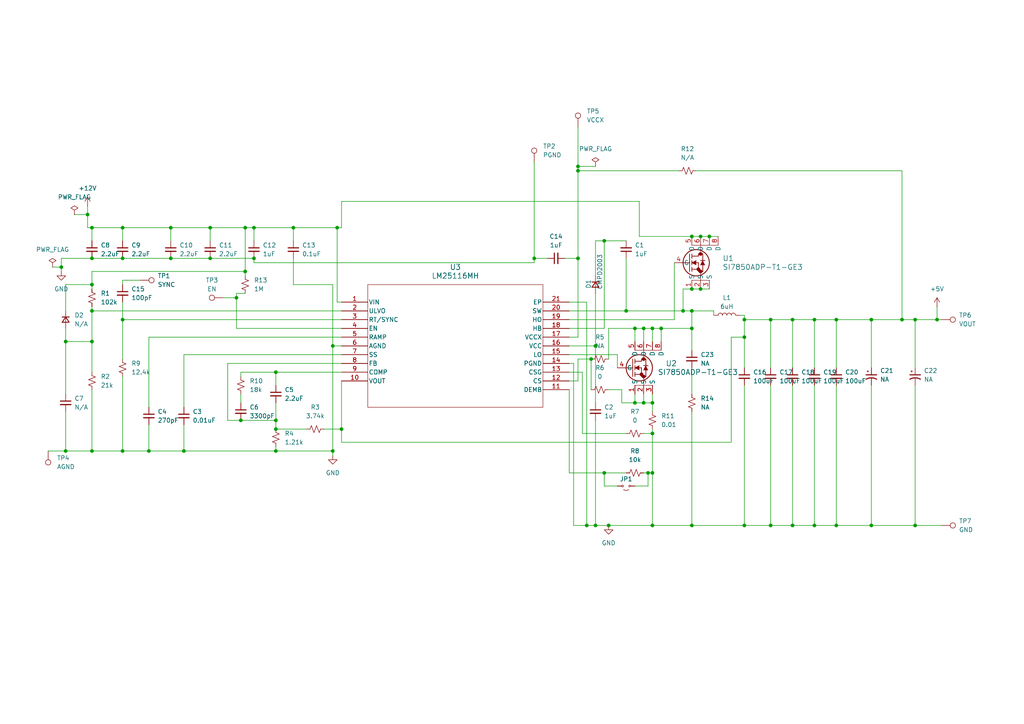
<source format=kicad_sch>
(kicad_sch (version 20231120) (generator "eeschema") (generator_version "8.0")
  (paper "A4")
  (lib_symbols
    (symbol "+12V_1" (power) (pin_numbers hide) (pin_names (offset 0) hide)
      (property "Value" "+12V" (at 0 3.556 0))
      (symbol "+12V_1_0_1"
        (polyline (pts (xy -0.762 1.27) (xy 0 2.54)))
        (polyline (pts (xy 0 0) (xy 0 2.54)))
        (polyline (pts (xy 0 2.54) (xy 0.762 1.27)))
      )
      (symbol "+12V_1_1_1"
        (pin power_in line (at 0 0 90) (length 0) (name "~") (number "1"))
      )
    )
    (symbol "2024-09-20_15-02-16:LM25116MHX_NOPB" (pin_names (offset 0.254))
      (property "Reference" "U" (at 33.02 10.16 0))
      (property "Value" "LM25116MHX/NOPB" (at 33.02 7.62 0))
      (symbol "LM25116MHX_NOPB_0_1"
        (polyline (pts (xy 7.62 -30.48) (xy 58.42 -30.48)) (stroke (width 0.127)))
        (polyline (pts (xy 7.62 5.08) (xy 7.62 -30.48)) (stroke (width 0.127)))
        (polyline (pts (xy 58.42 -30.48) (xy 58.42 5.08)) (stroke (width 0.127)))
        (polyline (pts (xy 58.42 5.08) (xy 7.62 5.08)) (stroke (width 0.127)))
        (pin power_in line (at 0 0 0) (length 7.62) (name "VIN") (number "1"))
        (pin input line (at 0 -22.86 0) (length 7.62) (name "VOUT") (number "10"))
        (pin passive line (at 66.04 -25.4 180) (length 7.62) (name "DEMB") (number "11"))
        (pin input line (at 66.04 -22.86 180) (length 7.62) (name "CS") (number "12"))
        (pin passive line (at 66.04 -20.32 180) (length 7.62) (name "CSG") (number "13"))
        (pin power_in line (at 66.04 -17.78 180) (length 7.62) (name "PGND") (number "14"))
        (pin output line (at 66.04 -15.24 180) (length 7.62) (name "LO") (number "15"))
        (pin power_in line (at 66.04 -12.7 180) (length 7.62) (name "VCC") (number "16"))
        (pin power_in line (at 66.04 -10.16 180) (length 7.62) (name "VCCX") (number "17"))
        (pin passive line (at 66.04 -7.62 180) (length 7.62) (name "HB") (number "18"))
        (pin output line (at 66.04 -5.08 180) (length 7.62) (name "HO") (number "19"))
        (pin input line (at 0 -2.54 0) (length 7.62) (name "ULVO") (number "2"))
        (pin power_in line (at 66.04 -2.54 180) (length 7.62) (name "SW") (number "20"))
        (pin power_in line (at 66.04 0 180) (length 7.62) (name "EP") (number "21"))
        (pin input line (at 0 -5.08 0) (length 7.62) (name "RT/SYNC") (number "3"))
        (pin input line (at 0 -7.62 0) (length 7.62) (name "EN") (number "4"))
        (pin input line (at 0 -10.16 0) (length 7.62) (name "RAMP") (number "5"))
        (pin power_in line (at 0 -12.7 0) (length 7.62) (name "AGND") (number "6"))
        (pin input line (at 0 -15.24 0) (length 7.62) (name "SS") (number "7"))
        (pin input line (at 0 -17.78 0) (length 7.62) (name "FB") (number "8"))
        (pin output line (at 0 -20.32 0) (length 7.62) (name "COMP") (number "9"))
      )
    )
    (symbol "2024-09-20_15-22-01:SI7850ADP-T1-GE3" (pin_names (offset 0.254))
      (property "Reference" "U" (at 11.43 1.905 0))
      (property "Value" "SI7850ADP-T1-GE3" (at 11.43 -2.54 0))
      (symbol "SI7850ADP-T1-GE3_0_1"
        (polyline (pts (xy 2.54 0) (xy 4.445 0)) (stroke (width 0.2032)))
        (polyline (pts (xy 4.445 -2.54) (xy 4.445 2.54)) (stroke (width 0.2032)))
        (polyline (pts (xy 5.08 -5.08) (xy 10.16 -5.08)) (stroke (width 0.127)))
        (polyline (pts (xy 5.08 -2.54) (xy 5.08 -1.27)) (stroke (width 0.2032)))
        (polyline (pts (xy 5.08 -1.905) (xy 6.985 -1.905)) (stroke (width 0.2032)))
        (polyline (pts (xy 5.08 -0.635) (xy 5.08 0.635)) (stroke (width 0.2032)))
        (polyline (pts (xy 5.08 1.27) (xy 5.08 2.54)) (stroke (width 0.2032)))
        (polyline (pts (xy 5.08 1.905) (xy 6.985 1.905)) (stroke (width 0.2032)))
        (polyline (pts (xy 5.08 5.08) (xy 12.7 5.08)) (stroke (width 0.127)))
        (polyline (pts (xy 6.35 0) (xy 6.985 0)) (stroke (width 0.2032)))
        (polyline (pts (xy 6.985 -2.54) (xy 6.985 0)) (stroke (width 0.2032)))
        (polyline (pts (xy 6.985 -2.54) (xy 8.255 -2.54)) (stroke (width 0.2032)))
        (polyline (pts (xy 6.985 1.905) (xy 6.985 2.54)) (stroke (width 0.2032)))
        (polyline (pts (xy 6.985 2.54) (xy 8.255 2.54)) (stroke (width 0.2032)))
        (polyline (pts (xy 7.62 -5.08) (xy 7.62 -2.54)) (stroke (width 0.127)))
        (polyline (pts (xy 7.62 5.08) (xy 7.6454 2.54)) (stroke (width 0.127)))
        (polyline (pts (xy 8.255 -2.54) (xy 8.255 -0.635)) (stroke (width 0.2032)))
        (polyline (pts (xy 8.255 0.635) (xy 8.255 2.54)) (stroke (width 0.2032)))
        (polyline (pts (xy 8.89 0.635) (xy 7.62 0.635)) (stroke (width 0.2032)))
        (polyline (pts (xy 6.35 0.635) (xy 5.08 0) (xy 6.35 -0.635)) (fill (type outline)))
        (polyline (pts (xy 8.89 -0.635) (xy 7.62 -0.635) (xy 8.255 0.635)) (fill (type outline)))
        (circle (center 6.35 0) (radius 3.81) (stroke (width 0.254)))
        (circle (center 6.985 -1.905) (radius 0.0254) (stroke (width 0.508)))
        (circle (center 7.62 -2.54) (radius 0.0254) (stroke (width 0.508)))
        (circle (center 7.62 2.54) (radius 0.0254) (stroke (width 0.508)))
        (pin unspecified line (at 5.08 -7.62 90) (length 2.54) (name "S") (number "1"))
        (pin unspecified line (at 7.62 -7.62 90) (length 2.54) (name "S") (number "2"))
        (pin unspecified line (at 10.16 -7.62 90) (length 2.54) (name "S") (number "3"))
        (pin unspecified line (at 0 0 0) (length 2.54) (name "G") (number "4"))
        (pin unspecified line (at 5.08 7.62 270) (length 2.54) (name "D") (number "5"))
        (pin unspecified line (at 7.62 7.62 270) (length 2.54) (name "D") (number "6"))
        (pin unspecified line (at 10.16 7.62 270) (length 2.54) (name "D") (number "7"))
        (pin unspecified line (at 12.7 7.62 270) (length 2.54) (name "D") (number "8"))
      )
    )
    (symbol "Connector:TestPoint" (pin_numbers hide) (pin_names (offset 0.762) hide)
      (property "Reference" "TP" (at 0 6.858 0))
      (property "Value" "TestPoint" (at 0 5.08 0))
      (symbol "TestPoint_0_1"
        (circle (center 0 3.302) (radius 0.762))
      )
      (symbol "TestPoint_1_1"
        (pin passive line (at 0 0 90) (length 2.54) (name "1") (number "1"))
      )
    )
    (symbol "Device:C_Polarized_Small_US" (pin_numbers hide) (pin_names (offset 0.254) hide)
      (property "Reference" "C" (at 0.254 1.778 0))
      (property "Value" "C_Polarized_Small_US" (at 0.254 -2.032 0))
      (symbol "C_Polarized_Small_US_0_1"
        (polyline (pts (xy -1.524 0.508) (xy 1.524 0.508)) (stroke (width 0.3048)))
        (polyline (pts (xy -1.27 1.524) (xy -0.762 1.524)))
        (polyline (pts (xy -1.016 1.27) (xy -1.016 1.778)))
        (arc (start 1.524 -0.762) (mid 0 -0.3734) (end -1.524 -0.762) (stroke (width 0.3048)))
      )
      (symbol "C_Polarized_Small_US_1_1"
        (pin passive line (at 0 2.54 270) (length 2.032) (name "~") (number "1"))
        (pin passive line (at 0 -2.54 90) (length 2.032) (name "~") (number "2"))
      )
    )
    (symbol "Device:C_Small" (pin_numbers hide) (pin_names (offset 0.254) hide)
      (property "Reference" "C" (at 0.254 1.778 0))
      (property "Value" "C_Small" (at 0.254 -2.032 0))
      (symbol "C_Small_0_1"
        (polyline (pts (xy -1.524 -0.508) (xy 1.524 -0.508)) (stroke (width 0.3302)))
        (polyline (pts (xy -1.524 0.508) (xy 1.524 0.508)) (stroke (width 0.3048)))
      )
      (symbol "C_Small_1_1"
        (pin passive line (at 0 2.54 270) (length 2.032) (name "~") (number "1"))
        (pin passive line (at 0 -2.54 90) (length 2.032) (name "~") (number "2"))
      )
    )
    (symbol "Device:D_Small" (pin_numbers hide) (pin_names (offset 0.254) hide)
      (property "Reference" "D" (at -1.27 2.032 0))
      (property "Value" "D_Small" (at -3.81 -2.032 0))
      (symbol "D_Small_0_1"
        (polyline (pts (xy -0.762 -1.016) (xy -0.762 1.016)) (stroke (width 0.254)))
        (polyline (pts (xy -0.762 0) (xy 0.762 0)))
        (polyline (pts (xy 0.762 -1.016) (xy -0.762 0) (xy 0.762 1.016) (xy 0.762 -1.016)) (stroke (width 0.254)))
      )
      (symbol "D_Small_1_1"
        (pin passive line (at -2.54 0 0) (length 1.778) (name "K") (number "1"))
        (pin passive line (at 2.54 0 180) (length 1.778) (name "A") (number "2"))
      )
    )
    (symbol "Device:L" (pin_numbers hide) (pin_names (offset 1.016) hide)
      (property "Reference" "L" (at -1.27 0 90))
      (property "Value" "L" (at 1.905 0 90))
      (symbol "L_0_1"
        (arc (start 0 -2.54) (mid 0.6323 -1.905) (end 0 -1.27))
        (arc (start 0 -1.27) (mid 0.6323 -0.635) (end 0 0))
        (arc (start 0 0) (mid 0.6323 0.635) (end 0 1.27))
        (arc (start 0 1.27) (mid 0.6323 1.905) (end 0 2.54))
      )
      (symbol "L_1_1"
        (pin passive line (at 0 3.81 270) (length 1.27) (name "1") (number "1"))
        (pin passive line (at 0 -3.81 90) (length 1.27) (name "2") (number "2"))
      )
    )
    (symbol "Device:R_Small_US" (pin_numbers hide) (pin_names (offset 0.254) hide)
      (property "Reference" "R" (at 0.762 0.508 0))
      (property "Value" "R_Small_US" (at 0.762 -1.016 0))
      (symbol "R_Small_US_1_1"
        (polyline (pts (xy 0 0) (xy 1.016 -0.381) (xy 0 -0.762) (xy -1.016 -1.143) (xy 0 -1.524)))
        (polyline (pts (xy 0 1.524) (xy 1.016 1.143) (xy 0 0.762) (xy -1.016 0.381) (xy 0 0)))
        (pin passive line (at 0 2.54 270) (length 1.016) (name "~") (number "1"))
        (pin passive line (at 0 -2.54 90) (length 1.016) (name "~") (number "2"))
      )
    )
    (symbol "GND_1" (power) (pin_numbers hide) (pin_names (offset 0) hide)
      (property "Value" "GND" (at 0 -3.81 0))
      (symbol "GND_1_0_1"
        (polyline (pts (xy 0 0) (xy 0 -1.27) (xy 1.27 -1.27) (xy 0 -2.54) (xy -1.27 -1.27) (xy 0 -1.27)))
      )
      (symbol "GND_1_1_1"
        (pin power_in line (at 0 0 270) (length 0) (name "~") (number "1"))
      )
    )
    (symbol "Jumper:Jumper_2_Small_Open" (pin_numbers hide) (pin_names (offset 0) hide) (exclude_from_sim yes)
      (property "Reference" "JP" (at 0 2.794 0))
      (property "Value" "Jumper_2_Small_Open" (at 0 -2.286 0))
      (symbol "Jumper_2_Small_Open_0_0"
        (circle (center -1.016 0) (radius 0.254))
        (circle (center 1.016 0) (radius 0.254))
      )
      (symbol "Jumper_2_Small_Open_0_1"
        (arc (start 0.762 1.0196) (mid 0 1.2729) (end -0.762 1.0196))
      )
      (symbol "Jumper_2_Small_Open_1_1"
        (pin passive line (at -2.54 0 0) (length 1.27) (name "A") (number "1"))
        (pin passive line (at 2.54 0 180) (length 1.27) (name "B") (number "2"))
      )
    )
    (symbol "power:+5V" (power) (pin_numbers hide) (pin_names (offset 0) hide)
      (property "Value" "+5V" (at 0 3.556 0))
      (symbol "+5V_0_1"
        (polyline (pts (xy -0.762 1.27) (xy 0 2.54)))
        (polyline (pts (xy 0 0) (xy 0 2.54)))
        (polyline (pts (xy 0 2.54) (xy 0.762 1.27)))
      )
      (symbol "+5V_1_1"
        (pin power_in line (at 0 0 90) (length 0) (name "~") (number "1"))
      )
    )
    (symbol "power:GND" (power) (pin_numbers hide) (pin_names (offset 0) hide)
      (property "Value" "GND" (at 0 -3.81 0))
      (symbol "GND_0_1"
        (polyline (pts (xy 0 0) (xy 0 -1.27) (xy 1.27 -1.27) (xy 0 -2.54) (xy -1.27 -1.27) (xy 0 -1.27)))
      )
      (symbol "GND_1_1"
        (pin power_in line (at 0 0 270) (length 0) (name "~") (number "1"))
      )
    )
    (symbol "power:PWR_FLAG" (power) (pin_numbers hide) (pin_names (offset 0) hide)
      (property "Value" "PWR_FLAG" (at 0 3.81 0))
      (symbol "PWR_FLAG_0_0"
        (pin power_out line (at 0 0 90) (length 0) (name "~") (number "1"))
      )
      (symbol "PWR_FLAG_0_1"
        (polyline (pts (xy 0 0) (xy 0 1.27) (xy -1.016 1.905) (xy 0 2.54) (xy 1.016 1.905) (xy 0 1.27)))
      )
    )
  )
  (junction (at 35.56 92.71))
  (junction (at 186.69 95.25))
  (junction (at 261.62 92.71))
  (junction (at 175.26 69.85))
  (junction (at 35.56 130.81))
  (junction (at 43.18 130.81))
  (junction (at 19.05 99.06))
  (junction (at 187.96 137.16))
  (junction (at 184.15 116.84))
  (junction (at 236.22 152.4))
  (junction (at 184.15 95.25))
  (junction (at 26.67 90.17))
  (junction (at 60.96 74.93))
  (junction (at 189.23 125.73))
  (junction (at 99.06 124.46))
  (junction (at 35.56 66.04))
  (junction (at 198.12 90.17))
  (junction (at 181.61 90.17))
  (junction (at 35.56 74.93))
  (junction (at 252.73 152.4))
  (junction (at 85.09 66.04))
  (junction (at 167.64 49.53))
  (junction (at 175.26 137.16))
  (junction (at 189.23 137.16))
  (junction (at 215.9 97.79))
  (junction (at 80.01 124.46))
  (junction (at 252.73 92.71))
  (junction (at 26.67 82.55))
  (junction (at 172.72 100.33))
  (junction (at 265.43 152.4))
  (junction (at 69.85 121.92))
  (junction (at 203.2 83.82))
  (junction (at 176.53 152.4))
  (junction (at 167.64 74.93))
  (junction (at 26.67 99.06))
  (junction (at 200.66 90.17))
  (junction (at 53.34 130.81))
  (junction (at 191.77 95.25))
  (junction (at 71.12 66.04))
  (junction (at 49.53 74.93))
  (junction (at 26.67 130.81))
  (junction (at 242.57 92.71))
  (junction (at 80.01 130.81))
  (junction (at 189.23 116.84))
  (junction (at 49.53 66.04))
  (junction (at 71.12 78.74))
  (junction (at 167.64 48.26))
  (junction (at 73.66 66.04))
  (junction (at 26.67 74.93))
  (junction (at 203.2 68.58))
  (junction (at 215.9 152.4))
  (junction (at 229.87 152.4))
  (junction (at 154.94 74.93))
  (junction (at 189.23 95.25))
  (junction (at 170.18 152.4))
  (junction (at 25.4 62.23))
  (junction (at 205.74 68.58))
  (junction (at 60.96 66.04))
  (junction (at 19.05 130.81))
  (junction (at 172.72 152.4))
  (junction (at 271.78 92.71))
  (junction (at 96.52 130.81))
  (junction (at 186.69 116.84))
  (junction (at 73.66 74.93))
  (junction (at 189.23 152.4))
  (junction (at 229.87 92.71))
  (junction (at 96.52 100.33))
  (junction (at 200.66 83.82))
  (junction (at 17.78 77.47))
  (junction (at 223.52 152.4))
  (junction (at 97.79 66.04))
  (junction (at 236.22 92.71))
  (junction (at 265.43 92.71))
  (junction (at 68.58 86.36))
  (junction (at 200.66 95.25))
  (junction (at 26.67 66.04))
  (junction (at 223.52 92.71))
  (junction (at 200.66 68.58))
  (junction (at 242.57 152.4))
  (junction (at 171.45 104.14))
  (junction (at 80.01 107.95))
  (junction (at 215.9 92.71))
  (junction (at 80.01 121.92))
  (junction (at 200.66 152.4))
  (wire (pts (xy 170.18 152.4) (xy 172.72 152.4)))
  (wire (pts (xy 99.06 110.49) (xy 99.06 124.46)))
  (wire (pts (xy 17.78 77.47) (xy 17.78 78.74)))
  (wire (pts (xy 215.9 152.4) (xy 223.52 152.4)))
  (wire (pts (xy 99.06 95.25) (xy 68.58 95.25)))
  (wire (pts (xy 69.85 121.92) (xy 80.01 121.92)))
  (wire (pts (xy 49.53 66.04) (xy 49.53 69.85)))
  (wire (pts (xy 80.01 107.95) (xy 80.01 111.76)))
  (wire (pts (xy 96.52 100.33) (xy 96.52 130.81)))
  (wire (pts (xy 26.67 130.81) (xy 35.56 130.81)))
  (wire (pts (xy 189.23 95.25) (xy 186.69 95.25)))
  (wire (pts (xy 223.52 111.76) (xy 223.52 152.4)))
  (wire (pts (xy 85.09 66.04) (xy 85.09 69.85)))
  (wire (pts (xy 191.77 95.25) (xy 189.23 95.25)))
  (wire (pts (xy 19.05 90.17) (xy 19.05 82.55)))
  (wire (pts (xy 176.53 113.03) (xy 180.34 113.03)))
  (wire (pts (xy 185.42 58.42) (xy 185.42 68.58)))
  (wire (pts (xy 229.87 92.71) (xy 229.87 106.68)))
  (wire (pts (xy 15.24 77.47) (xy 17.78 77.47)))
  (wire (pts (xy 265.43 92.71) (xy 265.43 106.68)))
  (wire (pts (xy 35.56 109.22) (xy 35.56 130.81)))
  (wire (pts (xy 80.01 107.95) (xy 99.06 107.95)))
  (wire (pts (xy 66.04 121.92) (xy 69.85 121.92)))
  (wire (pts (xy 154.94 76.2) (xy 73.66 76.2)))
  (wire (pts (xy 85.09 66.04) (xy 97.79 66.04)))
  (wire (pts (xy 165.1 102.87) (xy 179.07 102.87)))
  (wire (pts (xy 167.64 36.83) (xy 167.64 48.26)))
  (wire (pts (xy 187.96 137.16) (xy 189.23 137.16)))
  (wire (pts (xy 165.1 87.63) (xy 170.18 87.63)))
  (wire (pts (xy 19.05 130.81) (xy 26.67 130.81)))
  (wire (pts (xy 99.06 100.33) (xy 96.52 100.33)))
  (wire (pts (xy 154.94 74.93) (xy 158.75 74.93)))
  (wire (pts (xy 49.53 66.04) (xy 35.56 66.04)))
  (wire (pts (xy 179.07 140.97) (xy 175.26 140.97)))
  (wire (pts (xy 191.77 95.25) (xy 200.66 95.25)))
  (wire (pts (xy 271.78 88.9) (xy 271.78 92.71)))
  (wire (pts (xy 35.56 69.85) (xy 35.56 66.04)))
  (wire (pts (xy 205.74 68.58) (xy 208.28 68.58)))
  (wire (pts (xy 236.22 111.76) (xy 236.22 152.4)))
  (wire (pts (xy 200.66 152.4) (xy 215.9 152.4)))
  (wire (pts (xy 200.66 119.38) (xy 200.66 152.4)))
  (wire (pts (xy 186.69 116.84) (xy 189.23 116.84)))
  (wire (pts (xy 80.01 129.54) (xy 80.01 130.81)))
  (wire (pts (xy 172.72 85.09) (xy 172.72 100.33)))
  (wire (pts (xy 242.57 92.71) (xy 242.57 106.68)))
  (wire (pts (xy 165.1 100.33) (xy 172.72 100.33)))
  (wire (pts (xy 35.56 92.71) (xy 35.56 104.14)))
  (wire (pts (xy 73.66 66.04) (xy 71.12 66.04)))
  (wire (pts (xy 93.98 124.46) (xy 99.06 124.46)))
  (wire (pts (xy 187.96 140.97) (xy 187.96 137.16)))
  (wire (pts (xy 35.56 130.81) (xy 43.18 130.81)))
  (wire (pts (xy 167.64 104.14) (xy 171.45 104.14)))
  (wire (pts (xy 53.34 102.87) (xy 53.34 118.11)))
  (wire (pts (xy 26.67 90.17) (xy 99.06 90.17)))
  (wire (pts (xy 49.53 74.93) (xy 60.96 74.93)))
  (wire (pts (xy 71.12 78.74) (xy 71.12 80.01)))
  (wire (pts (xy 185.42 58.42) (xy 99.06 58.42)))
  (wire (pts (xy 172.72 100.33) (xy 172.72 116.84)))
  (wire (pts (xy 215.9 106.68) (xy 215.9 97.79)))
  (wire (pts (xy 19.05 99.06) (xy 19.05 114.3)))
  (wire (pts (xy 154.94 74.93) (xy 154.94 76.2)))
  (wire (pts (xy 265.43 152.4) (xy 273.05 152.4)))
  (wire (pts (xy 167.64 49.53) (xy 167.64 74.93)))
  (wire (pts (xy 186.69 125.73) (xy 189.23 125.73)))
  (wire (pts (xy 26.67 99.06) (xy 26.67 107.95)))
  (wire (pts (xy 175.26 69.85) (xy 181.61 69.85)))
  (wire (pts (xy 201.93 49.53) (xy 261.62 49.53)))
  (wire (pts (xy 180.34 113.03) (xy 180.34 116.84)))
  (wire (pts (xy 25.4 66.04) (xy 26.67 66.04)))
  (wire (pts (xy 64.77 86.36) (xy 68.58 86.36)))
  (wire (pts (xy 97.79 66.04) (xy 97.79 87.63)))
  (wire (pts (xy 215.9 92.71) (xy 223.52 92.71)))
  (wire (pts (xy 35.56 82.55) (xy 35.56 81.28)))
  (wire (pts (xy 85.09 82.55) (xy 96.52 82.55)))
  (wire (pts (xy 35.56 74.93) (xy 49.53 74.93)))
  (wire (pts (xy 195.58 76.2) (xy 195.58 92.71)))
  (wire (pts (xy 35.56 81.28) (xy 40.64 81.28)))
  (wire (pts (xy 53.34 123.19) (xy 53.34 130.81)))
  (wire (pts (xy 26.67 78.74) (xy 71.12 78.74)))
  (wire (pts (xy 166.37 152.4) (xy 170.18 152.4)))
  (wire (pts (xy 215.9 111.76) (xy 215.9 152.4)))
  (wire (pts (xy 166.37 105.41) (xy 166.37 152.4)))
  (wire (pts (xy 163.83 74.93) (xy 167.64 74.93)))
  (wire (pts (xy 26.67 113.03) (xy 26.67 130.81)))
  (wire (pts (xy 19.05 95.25) (xy 19.05 99.06)))
  (wire (pts (xy 184.15 95.25) (xy 176.53 95.25)))
  (wire (pts (xy 85.09 82.55) (xy 85.09 74.93)))
  (wire (pts (xy 85.09 66.04) (xy 73.66 66.04)))
  (wire (pts (xy 189.23 124.46) (xy 189.23 125.73)))
  (wire (pts (xy 184.15 116.84) (xy 186.69 116.84)))
  (wire (pts (xy 180.34 116.84) (xy 184.15 116.84)))
  (wire (pts (xy 215.9 91.44) (xy 215.9 92.71)))
  (wire (pts (xy 181.61 137.16) (xy 175.26 137.16)))
  (wire (pts (xy 73.66 76.2) (xy 73.66 74.93)))
  (wire (pts (xy 200.66 106.68) (xy 200.66 114.3)))
  (wire (pts (xy 175.26 69.85) (xy 175.26 95.25)))
  (wire (pts (xy 176.53 152.4) (xy 189.23 152.4)))
  (wire (pts (xy 271.78 92.71) (xy 273.05 92.71)))
  (wire (pts (xy 184.15 95.25) (xy 184.15 99.06)))
  (wire (pts (xy 186.69 95.25) (xy 186.69 99.06)))
  (wire (pts (xy 66.04 105.41) (xy 66.04 121.92)))
  (wire (pts (xy 185.42 68.58) (xy 200.66 68.58)))
  (wire (pts (xy 26.67 74.93) (xy 35.56 74.93)))
  (wire (pts (xy 175.26 137.16) (xy 165.1 137.16)))
  (wire (pts (xy 69.85 107.95) (xy 69.85 109.22)))
  (wire (pts (xy 229.87 111.76) (xy 229.87 152.4)))
  (wire (pts (xy 205.74 68.58) (xy 203.2 68.58)))
  (wire (pts (xy 189.23 152.4) (xy 200.66 152.4)))
  (wire (pts (xy 68.58 85.09) (xy 68.58 86.36)))
  (wire (pts (xy 53.34 130.81) (xy 80.01 130.81)))
  (wire (pts (xy 200.66 90.17) (xy 198.12 90.17)))
  (wire (pts (xy 71.12 66.04) (xy 60.96 66.04)))
  (wire (pts (xy 26.67 69.85) (xy 26.67 66.04)))
  (wire (pts (xy 223.52 152.4) (xy 229.87 152.4)))
  (wire (pts (xy 99.06 128.27) (xy 212.09 128.27)))
  (wire (pts (xy 68.58 95.25) (xy 68.58 86.36)))
  (wire (pts (xy 97.79 87.63) (xy 99.06 87.63)))
  (wire (pts (xy 80.01 130.81) (xy 96.52 130.81)))
  (wire (pts (xy 198.12 90.17) (xy 198.12 83.82)))
  (wire (pts (xy 189.23 119.38) (xy 189.23 116.84)))
  (wire (pts (xy 17.78 74.93) (xy 17.78 77.47)))
  (wire (pts (xy 236.22 92.71) (xy 236.22 106.68)))
  (wire (pts (xy 168.91 107.95) (xy 165.1 107.95)))
  (wire (pts (xy 96.52 82.55) (xy 96.52 100.33)))
  (wire (pts (xy 43.18 123.19) (xy 43.18 130.81)))
  (wire (pts (xy 223.52 92.71) (xy 223.52 106.68)))
  (wire (pts (xy 69.85 107.95) (xy 80.01 107.95)))
  (wire (pts (xy 167.64 104.14) (xy 167.64 110.49)))
  (wire (pts (xy 60.96 66.04) (xy 49.53 66.04)))
  (wire (pts (xy 175.26 137.16) (xy 175.26 140.97)))
  (wire (pts (xy 189.23 125.73) (xy 189.23 137.16)))
  (wire (pts (xy 165.1 137.16) (xy 165.1 113.03)))
  (wire (pts (xy 68.58 85.09) (xy 71.12 85.09)))
  (wire (pts (xy 26.67 99.06) (xy 26.67 90.17)))
  (wire (pts (xy 181.61 90.17) (xy 198.12 90.17)))
  (wire (pts (xy 19.05 99.06) (xy 26.67 99.06)))
  (wire (pts (xy 236.22 92.71) (xy 242.57 92.71)))
  (wire (pts (xy 261.62 92.71) (xy 265.43 92.71)))
  (wire (pts (xy 200.66 95.25) (xy 200.66 101.6)))
  (wire (pts (xy 26.67 82.55) (xy 26.67 78.74)))
  (wire (pts (xy 189.23 137.16) (xy 189.23 152.4)))
  (wire (pts (xy 165.1 95.25) (xy 175.26 95.25)))
  (wire (pts (xy 35.56 87.63) (xy 35.56 92.71)))
  (wire (pts (xy 154.94 46.99) (xy 154.94 74.93)))
  (wire (pts (xy 99.06 58.42) (xy 99.06 66.04)))
  (wire (pts (xy 99.06 105.41) (xy 66.04 105.41)))
  (wire (pts (xy 223.52 92.71) (xy 229.87 92.71)))
  (wire (pts (xy 200.66 90.17) (xy 200.66 95.25)))
  (wire (pts (xy 17.78 74.93) (xy 26.67 74.93)))
  (wire (pts (xy 35.56 92.71) (xy 99.06 92.71)))
  (wire (pts (xy 172.72 121.92) (xy 172.72 152.4)))
  (wire (pts (xy 242.57 111.76) (xy 242.57 152.4)))
  (wire (pts (xy 207.01 90.17) (xy 200.66 90.17)))
  (wire (pts (xy 215.9 97.79) (xy 215.9 92.71)))
  (wire (pts (xy 212.09 97.79) (xy 215.9 97.79)))
  (wire (pts (xy 207.01 91.44) (xy 207.01 90.17)))
  (wire (pts (xy 167.64 48.26) (xy 172.72 48.26)))
  (wire (pts (xy 184.15 140.97) (xy 187.96 140.97)))
  (wire (pts (xy 184.15 116.84) (xy 184.15 114.3)))
  (wire (pts (xy 203.2 68.58) (xy 200.66 68.58)))
  (wire (pts (xy 80.01 124.46) (xy 88.9 124.46)))
  (wire (pts (xy 172.72 69.85) (xy 175.26 69.85)))
  (wire (pts (xy 26.67 66.04) (xy 35.56 66.04)))
  (wire (pts (xy 179.07 102.87) (xy 179.07 106.68)))
  (wire (pts (xy 99.06 102.87) (xy 53.34 102.87)))
  (wire (pts (xy 26.67 88.9) (xy 26.67 90.17)))
  (wire (pts (xy 189.23 95.25) (xy 189.23 99.06)))
  (wire (pts (xy 212.09 128.27) (xy 212.09 97.79)))
  (wire (pts (xy 229.87 92.71) (xy 236.22 92.71)))
  (wire (pts (xy 60.96 66.04) (xy 60.96 69.85)))
  (wire (pts (xy 186.69 137.16) (xy 187.96 137.16)))
  (wire (pts (xy 229.87 152.4) (xy 236.22 152.4)))
  (wire (pts (xy 167.64 48.26) (xy 167.64 49.53)))
  (wire (pts (xy 181.61 125.73) (xy 168.91 125.73)))
  (wire (pts (xy 43.18 130.81) (xy 53.34 130.81)))
  (wire (pts (xy 252.73 92.71) (xy 261.62 92.71)))
  (wire (pts (xy 242.57 152.4) (xy 252.73 152.4)))
  (wire (pts (xy 25.4 59.69) (xy 25.4 62.23)))
  (wire (pts (xy 195.58 92.71) (xy 165.1 92.71)))
  (wire (pts (xy 172.72 80.01) (xy 172.72 69.85)))
  (wire (pts (xy 252.73 152.4) (xy 265.43 152.4)))
  (wire (pts (xy 265.43 111.76) (xy 265.43 152.4)))
  (wire (pts (xy 189.23 116.84) (xy 189.23 114.3)))
  (wire (pts (xy 80.01 124.46) (xy 80.01 121.92)))
  (wire (pts (xy 73.66 66.04) (xy 73.66 69.85)))
  (wire (pts (xy 43.18 97.79) (xy 43.18 118.11)))
  (wire (pts (xy 242.57 92.71) (xy 252.73 92.71)))
  (wire (pts (xy 168.91 125.73) (xy 168.91 107.95)))
  (wire (pts (xy 265.43 92.71) (xy 271.78 92.71)))
  (wire (pts (xy 196.85 49.53) (xy 167.64 49.53)))
  (wire (pts (xy 186.69 116.84) (xy 186.69 114.3)))
  (wire (pts (xy 236.22 152.4) (xy 242.57 152.4)))
  (wire (pts (xy 252.73 111.76) (xy 252.73 152.4)))
  (wire (pts (xy 71.12 66.04) (xy 71.12 78.74)))
  (wire (pts (xy 181.61 74.93) (xy 181.61 90.17)))
  (wire (pts (xy 203.2 83.82) (xy 205.74 83.82)))
  (wire (pts (xy 25.4 62.23) (xy 25.4 66.04)))
  (wire (pts (xy 252.73 92.71) (xy 252.73 106.68)))
  (wire (pts (xy 167.64 97.79) (xy 165.1 97.79)))
  (wire (pts (xy 186.69 95.25) (xy 184.15 95.25)))
  (wire (pts (xy 165.1 105.41) (xy 166.37 105.41)))
  (wire (pts (xy 21.59 62.23) (xy 25.4 62.23)))
  (wire (pts (xy 19.05 82.55) (xy 26.67 82.55)))
  (wire (pts (xy 170.18 87.63) (xy 170.18 152.4)))
  (wire (pts (xy 198.12 83.82) (xy 200.66 83.82)))
  (wire (pts (xy 60.96 74.93) (xy 73.66 74.93)))
  (wire (pts (xy 171.45 113.03) (xy 171.45 104.14)))
  (wire (pts (xy 99.06 97.79) (xy 43.18 97.79)))
  (wire (pts (xy 26.67 83.82) (xy 26.67 82.55)))
  (wire (pts (xy 80.01 116.84) (xy 80.01 121.92)))
  (wire (pts (xy 191.77 99.06) (xy 191.77 95.25)))
  (wire (pts (xy 165.1 90.17) (xy 181.61 90.17)))
  (wire (pts (xy 167.64 110.49) (xy 165.1 110.49)))
  (wire (pts (xy 99.06 124.46) (xy 99.06 128.27)))
  (wire (pts (xy 97.79 66.04) (xy 99.06 66.04)))
  (wire (pts (xy 167.64 74.93) (xy 167.64 97.79)))
  (wire (pts (xy 13.97 130.81) (xy 19.05 130.81)))
  (wire (pts (xy 172.72 152.4) (xy 176.53 152.4)))
  (wire (pts (xy 261.62 49.53) (xy 261.62 92.71)))
  (wire (pts (xy 214.63 91.44) (xy 215.9 91.44)))
  (wire (pts (xy 203.2 83.82) (xy 200.66 83.82)))
  (wire (pts (xy 19.05 119.38) (xy 19.05 130.81)))
  (wire (pts (xy 69.85 114.3) (xy 69.85 116.84)))
  (wire (pts (xy 96.52 130.81) (xy 96.52 132.08)))
  (wire (pts (xy 176.53 95.25) (xy 176.53 104.14)))
  (symbol (lib_id "Device:C_Small") (at 181.61 72.39 180) (unit 1)
    (property "Reference" "C1" (at 184.15 71.1135 0) (effects (justify right)))
    (property "Value" "1uF" (at 184.15 73.6535 0) (effects (justify right)))
    (property "Footprint" "Capacitor_SMD:C_0805_2012Metric" (effects (hide yes)))
    (property "Description" "C2012X7R1E105K" (effects (hide yes)))
    (property "Parameters" "1 µF, 25 V, X7R" (effects (hide yes)))
    (property "Size" "0805" (effects (hide yes)))
    (property "Part Number" "C2012X7R1E105K" (effects (hide yes)))
  )
  (symbol (lib_id "Device:R_Small_US") (at 173.99 113.03 90) (unit 1)
    (property "Reference" "R6" (at 173.99 106.68 90))
    (property "Value" "0" (at 173.99 109.22 90))
    (property "Footprint" "Resistor_SMD:R_0603_1608Metric" (effects (hide yes)))
    (property "Description" "Resistor, small US symbol" (effects (hide yes)))
    (property "Part Number" "CRCW06030R0J" (effects (hide yes)))
    (property "Parameters" "0 Ω" (effects (hide yes)))
    (property "Size" "0603" (effects (hide yes)))
  )
  (symbol (lib_id "Device:C_Small") (at 53.34 120.65 0) (unit 1)
    (property "Reference" "C3" (at 55.88 119.3862 0) (effects (justify left)))
    (property "Value" "0.01uF" (at 55.88 121.9262 0) (effects (justify left)))
    (property "Footprint" "Capacitor_SMD:C_0603_1608Metric" (effects (hide yes)))
    (property "Description" "Unpolarized capacitor, small symbol" (effects (hide yes)))
    (property "Parameters" "0.01 µF, 50 V, X7R " (effects (hide yes)))
    (property "Part Number" "VJ0603Y103KXAAT" (effects (hide yes)))
    (property "Size" "0603" (effects (hide yes)))
  )
  (symbol (lib_id "Device:R_Small_US") (at 173.99 104.14 90) (unit 1)
    (property "Reference" "R5" (at 173.99 97.79 90))
    (property "Value" "NA" (at 173.99 100.33 90))
    (property "Description" "Resistor, small US symbol" (effects (hide yes)))
    (property "Part Number" "-" (effects (hide yes)))
  )
  (symbol (lib_id "Device:R_Small_US") (at 80.01 127 0) (unit 1)
    (property "Reference" "R4" (at 82.55 125.7299 0) (effects (justify left)))
    (property "Value" "1.21k" (at 82.55 128.2699 0) (effects (justify left)))
    (property "Footprint" "Resistor_SMD:R_0603_1608Metric" (effects (hide yes)))
    (property "Description" "Resistor, small US symbol" (effects (hide yes)))
    (property "Part Number" "CRCW06031211F" (effects (hide yes)))
    (property "Parameters" "1.21 kΩ, 1%" (effects (hide yes)))
    (property "Size" "0603" (effects (hide yes)))
  )
  (symbol (lib_id "Device:R_Small_US") (at 71.12 82.55 0) (unit 1)
    (property "Reference" "R13" (at 73.66 81.2799 0) (effects (justify left)))
    (property "Value" "1M" (at 73.66 83.8199 0) (effects (justify left)))
    (property "Footprint" "Resistor_SMD:R_0603_1608Metric" (effects (hide yes)))
    (property "Description" "Resistor, small US symbol" (effects (hide yes)))
    (property "Part Number" "CRCW0603105J" (effects (hide yes)))
    (property "Parameters" "1 MΩ, 5%" (effects (hide yes)))
    (property "Size" "0603" (effects (hide yes)))
  )
  (symbol (lib_id "Device:C_Small") (at 35.56 85.09 0) (unit 1)
    (property "Reference" "C15" (at 38.1 83.8262 0) (effects (justify left)))
    (property "Value" "100pF" (at 38.1 86.3662 0) (effects (justify left)))
    (property "Footprint" "Capacitor_SMD:C_0603_1608Metric" (effects (hide yes)))
    (property "Description" "Unpolarized capacitor, small symbol" (effects (hide yes)))
    (property "Part Number" "VJ0603Y101KXAPW1BC" (effects (hide yes)))
    (property "Parameters" "100 pF, 50 V, X7R" (effects (hide yes)))
    (property "Size" "0603" (effects (hide yes)))
  )
  (symbol (lib_id "Device:R_Small_US") (at 35.56 106.68 0) (unit 1)
    (property "Reference" "R9" (at 38.1 105.4099 0) (effects (justify left)))
    (property "Value" "12.4k" (at 38.1 107.9499 0) (effects (justify left)))
    (property "Footprint" "Resistor_SMD:R_0603_1608Metric" (effects (hide yes)))
    (property "Description" "Resistor, small US symbol" (effects (hide yes)))
    (property "Part Number" "CRCW06031242F" (effects (hide yes)))
    (property "Parameters" "12.4 kΩ, 1%" (effects (hide yes)))
    (property "Size" "0603" (effects (hide yes)))
  )
  (symbol (lib_name "+12V_1") (lib_id "power:+12V") (at 25.4 59.69 0) (unit 1)
    (property "Reference" "#PWR02" (effects (hide yes)))
    (property "Value" "+12V" (at 25.4 54.61 0))
    (property "Description" "Power symbol creates a global label with name \"+12V\"" (effects (hide yes)))
  )
  (symbol (lib_id "Connector:TestPoint") (at 40.64 81.28 270) (unit 1)
    (property "Reference" "TP1" (at 45.72 80.0099 90) (effects (justify left)))
    (property "Value" "SYNC" (at 45.72 82.5499 90) (effects (justify left)))
    (property "Footprint" "TestPoint:TestPoint_THTPad_1.0x1.0mm_Drill0.5mm" (effects (hide yes)))
    (property "Description" "test point" (effects (hide yes)))
    (property "Part Number" "5012" (effects (hide yes)))
    (property "Parameters" "-" (effects (hide yes)))
  )
  (symbol (lib_id "Device:C_Small") (at 73.66 72.39 0) (unit 1)
    (property "Reference" "C12" (at 76.2 71.1262 0) (effects (justify left)))
    (property "Value" "1uF" (at 76.2 73.6662 0) (effects (justify left)))
    (property "Footprint" "Capacitor_SMD:C_1210_3225Metric" (effects (hide yes)))
    (property "Description" "Unpolarized capacitor, small symbol" (effects (hide yes)))
    (property "Part Number" "CGA6M2X7R2A105M200AE" (effects (hide yes)))
    (property "Parameters" "1 µF, 100 V X7R" (effects (hide yes)))
    (property "Size" "1210" (effects (hide yes)))
  )
  (symbol (lib_id "Device:C_Small") (at 242.57 109.22 0) (unit 1)
    (property "Reference" "C20" (at 245.11 107.9562 0) (effects (justify left)))
    (property "Value" "100uF" (at 245.11 110.4962 0) (effects (justify left)))
    (property "Footprint" "Capacitor_SMD:C_1812_4532Metric" (effects (hide yes)))
    (property "Description" "Unpolarized capacitor, small symbol" (effects (hide yes)))
    (property "Part Number" "C4532X6S0J107M" (effects (hide yes)))
    (property "Parameters" "100 µF, 6.3 V, X6S, 105°C" (effects (hide yes)))
    (property "Size" "1812" (effects (hide yes)))
  )
  (symbol (lib_id "Device:C_Small") (at 229.87 109.22 0) (unit 1)
    (property "Reference" "C18" (at 232.41 107.9562 0) (effects (justify left)))
    (property "Value" "100uF" (at 232.41 110.4962 0) (effects (justify left)))
    (property "Footprint" "Capacitor_SMD:C_1812_4532Metric" (effects (hide yes)))
    (property "Description" "Unpolarized capacitor, small symbol" (effects (hide yes)))
    (property "Part Number" "C4532X6S0J107M" (effects (hide yes)))
    (property "Parameters" "100 µF, 6.3 V, X6S, 105°C" (effects (hide yes)))
    (property "Size" "1812" (effects (hide yes)))
  )
  (symbol (lib_id "Device:C_Small") (at 60.96 72.39 0) (unit 1)
    (property "Reference" "C11" (at 63.5 71.1262 0) (effects (justify left)))
    (property "Value" "2.2uF" (at 63.5 73.6662 0) (effects (justify left)))
    (property "Footprint" "Capacitor_SMD:C_1812_4532Metric" (effects (hide yes)))
    (property "Description" "Unpolarized capacitor, small symbol" (effects (hide yes)))
    (property "Part Number" "C4532X7R2A225M" (effects (hide yes)))
    (property "Parameters" "2.2 µF, 100 V X7R" (effects (hide yes)))
    (property "Size" "1812" (effects (hide yes)))
  )
  (symbol (lib_id "2024-09-20_15-02-16:LM25116MHX_NOPB") (at 99.06 87.63 0) (unit 1)
    (property "Reference" "U3" (at 132.08 77.47 0) (effects (font (size 1.524 1.524))))
    (property "Value" "LM25116MH" (at 132.08 80.01 0) (effects (font (size 1.524 1.524))))
    (property "Footprint" "LM25116MHX_NOPB:MXA20A_TEX-M" (effects (hide yes)))
    (property "Datasheet" "LM25116MHX/NOPB" (effects (hide yes)))
    (property "Part Number" "-" (effects (hide yes)))
  )
  (symbol (lib_id "power:+5V") (at 271.78 88.9 0) (unit 1)
    (property "Reference" "#PWR05" (effects (hide yes)))
    (property "Value" "+5V" (at 271.78 83.82 0))
    (property "Description" "Power symbol creates a global label with name \"+5V\"" (effects (hide yes)))
  )
  (symbol (lib_id "Connector:TestPoint") (at 64.77 86.36 90) (unit 1)
    (property "Reference" "TP3" (at 61.468 81.28 90))
    (property "Value" "EN" (at 61.468 83.82 90))
    (property "Footprint" "TestPoint:TestPoint_THTPad_1.0x1.0mm_Drill0.5mm" (effects (hide yes)))
    (property "Description" "test point" (effects (hide yes)))
    (property "Part Number" "5012" (effects (hide yes)))
    (property "Parameters" "-" (effects (hide yes)))
  )
  (symbol (lib_id "power:GND") (at 176.53 152.4 0) (unit 1)
    (property "Reference" "#PWR04" (effects (hide yes)))
    (property "Value" "GND" (at 176.53 157.48 0))
    (property "Description" "Power symbol creates a global label with name \"GND\" , ground" (effects (hide yes)))
  )
  (symbol (lib_id "Connector:TestPoint") (at 273.05 92.71 270) (unit 1)
    (property "Reference" "TP6" (at 278.13 91.4399 90) (effects (justify left)))
    (property "Value" "VOUT" (at 278.13 93.9799 90) (effects (justify left)))
    (property "Footprint" "TestPoint:TestPoint_THTPad_1.0x1.0mm_Drill0.5mm" (effects (hide yes)))
    (property "Description" "test point" (effects (hide yes)))
    (property "Part Number" "5012" (effects (hide yes)))
    (property "Parameters" "-" (effects (hide yes)))
  )
  (symbol (lib_name "GND_1") (lib_id "power:GND") (at 96.52 132.08 0) (unit 1)
    (property "Reference" "#PWR03" (effects (hide yes)))
    (property "Value" "GND" (at 96.52 137.16 0))
    (property "Description" "Power symbol creates a global label with name \"GND\" , ground" (effects (hide yes)))
  )
  (symbol (lib_id "Connector:TestPoint") (at 273.05 152.4 270) (unit 1)
    (property "Reference" "TP7" (at 278.13 151.1299 90) (effects (justify left)))
    (property "Value" "GND" (at 278.13 153.6699 90) (effects (justify left)))
    (property "Footprint" "TestPoint:TestPoint_THTPad_1.0x1.0mm_Drill0.5mm" (effects (hide yes)))
    (property "Description" "test point" (effects (hide yes)))
    (property "Part Number" "5012" (effects (hide yes)))
    (property "Parameters" "-" (effects (hide yes)))
  )
  (symbol (lib_id "Device:C_Small") (at 215.9 109.22 0) (unit 1)
    (property "Reference" "C16" (at 218.44 107.9562 0) (effects (justify left)))
    (property "Value" "100uF" (at 218.44 110.4962 0) (effects (justify left)))
    (property "Footprint" "Capacitor_SMD:C_1812_4532Metric" (effects (hide yes)))
    (property "Description" "Unpolarized capacitor, small symbol" (effects (hide yes)))
    (property "Part Number" "C4532X6S0J107M" (effects (hide yes)))
    (property "Parameters" "100 µF, 6.3 V, X6S, 105°C" (effects (hide yes)))
    (property "Size" "1812" (effects (hide yes)))
  )
  (symbol (lib_id "Connector:TestPoint") (at 154.94 46.99 0) (unit 1)
    (property "Reference" "TP2" (at 157.48 42.4179 0) (effects (justify left)))
    (property "Value" "PGND" (at 157.48 44.9579 0) (effects (justify left)))
    (property "Footprint" "TestPoint:TestPoint_THTPad_1.0x1.0mm_Drill0.5mm" (effects (hide yes)))
    (property "Description" "test point" (effects (hide yes)))
    (property "Part Number" "5012" (effects (hide yes)))
    (property "Parameters" "-" (effects (hide yes)))
  )
  (symbol (lib_id "Device:C_Small") (at 236.22 109.22 0) (unit 1)
    (property "Reference" "C19" (at 238.76 107.9562 0) (effects (justify left)))
    (property "Value" "100uF" (at 238.76 110.4962 0) (effects (justify left)))
    (property "Footprint" "Capacitor_SMD:C_1812_4532Metric" (effects (hide yes)))
    (property "Description" "Unpolarized capacitor, small symbol" (effects (hide yes)))
    (property "Part Number" "C4532X6S0J107M" (effects (hide yes)))
    (property "Parameters" "100 µF, 6.3 V, X6S, 105°C" (effects (hide yes)))
    (property "Size" "1812" (effects (hide yes)))
  )
  (symbol (lib_id "Device:L") (at 210.82 91.44 90) (unit 1)
    (property "Reference" "L1" (at 210.82 86.36 90))
    (property "Value" "6uH" (at 210.82 88.9 90))
    (property "Footprint" "HC2LP_6R0_R:HC2LP" (effects (hide yes)))
    (property "Description" "Inductor" (effects (hide yes)))
    (property "Part Number" "HC2LP-6R0" (effects (hide yes)))
    (property "Parameters" "6 µH, 16.5 A" (effects (hide yes)))
  )
  (symbol (lib_id "Device:C_Polarized_Small_US") (at 252.73 109.22 0) (unit 1)
    (property "Reference" "C21" (at 255.27 107.5181 0) (effects (justify left)))
    (property "Value" "NA" (at 255.27 110.0581 0) (effects (justify left)))
    (property "Description" "Polarized capacitor, small US symbol" (effects (hide yes)))
    (property "Part Number" "-" (effects (hide yes)))
  )
  (symbol (lib_id "2024-09-20_15-22-01:SI7850ADP-T1-GE3") (at 195.58 76.2 0) (unit 1)
    (property "Reference" "U1" (at 209.55 74.9299 0) (effects (font (size 1.524 1.524)) (justify left)))
    (property "Value" "SI7850ADP-T1-GE3" (at 209.55 77.4699 0) (effects (font (size 1.524 1.524)) (justify left)))
    (property "Footprint" "SI7850ADP_T1_GE3:MOSFET_7DP-T1-GE3_VIS" (effects (hide yes)))
    (property "Datasheet" "SI7850ADP-T1-GE3" (effects (hide yes)))
    (property "Part Number" "Si7850DP" (effects (hide yes)))
    (property "Parameters" "10.3 A, 60 V" (effects (hide yes)))
    (property "Size" "SO-8 Power PAK" (effects (hide yes)))
  )
  (symbol (lib_id "Device:C_Small") (at 43.18 120.65 0) (unit 1)
    (property "Reference" "C4" (at 45.72 119.3862 0) (effects (justify left)))
    (property "Value" "270pF" (at 45.72 121.9262 0) (effects (justify left)))
    (property "Footprint" "Capacitor_SMD:C_0603_1608Metric" (effects (hide yes)))
    (property "Description" "Unpolarized capacitor, small symbol" (effects (hide yes)))
    (property "Part Number" "VJ0603A271JXAAT" (effects (hide yes)))
    (property "Parameters" "270 pF, 50 V, COG, 5%" (effects (hide yes)))
    (property "Size" "0603" (effects (hide yes)))
  )
  (symbol (lib_id "Connector:TestPoint") (at 13.97 130.81 180) (unit 1)
    (property "Reference" "TP4" (at 16.51 132.8419 0) (effects (justify right)))
    (property "Value" "AGND" (at 16.51 135.3819 0) (effects (justify right)))
    (property "Footprint" "TestPoint:TestPoint_THTPad_1.0x1.0mm_Drill0.5mm" (effects (hide yes)))
    (property "Description" "test point" (effects (hide yes)))
    (property "Part Number" "5012" (effects (hide yes)))
    (property "Parameters" "-" (effects (hide yes)))
  )
  (symbol (lib_id "Device:C_Small") (at 200.66 104.14 0) (unit 1)
    (property "Reference" "C23" (at 203.2 102.8762 0) (effects (justify left)))
    (property "Value" "NA" (at 203.2 105.4162 0) (effects (justify left)))
    (property "Description" "Unpolarized capacitor, small symbol" (effects (hide yes)))
    (property "Part Number" "-" (effects (hide yes)))
  )
  (symbol (lib_id "Device:C_Small") (at 69.85 119.38 0) (unit 1)
    (property "Reference" "C6" (at 72.39 118.1162 0) (effects (justify left)))
    (property "Value" "3300pF" (at 72.39 120.6562 0) (effects (justify left)))
    (property "Footprint" "Capacitor_SMD:C_0603_1608Metric" (effects (hide yes)))
    (property "Description" "Unpolarized capacitor, small symbol" (effects (hide yes)))
    (property "Parameters" "3300 pF, 25 V, X7R" (effects (hide yes)))
    (property "Part Number" "VJ0603Y332KXXAT" (effects (hide yes)))
    (property "Size" "0603" (effects (hide yes)))
  )
  (symbol (lib_id "Device:C_Small") (at 172.72 119.38 0) (unit 1)
    (property "Reference" "C2" (at 175.26 118.1162 0) (effects (justify left)))
    (property "Value" "1uF" (at 175.26 120.6562 0) (effects (justify left)))
    (property "Footprint" "Capacitor_SMD:C_0805_2012Metric" (effects (hide yes)))
    (property "Description" "Unpolarized capacitC2012X7R1E105Kor, small symbol" (effects (hide yes)))
    (property "Parameters" "1 µF, 25 V, X7R" (effects (hide yes)))
    (property "Part Number" "C2012X7R1E105K" (effects (hide yes)))
    (property "Size" "0805" (effects (hide yes)))
  )
  (symbol (lib_id "Device:D_Small") (at 19.05 92.71 270) (unit 1)
    (property "Reference" "D2" (at 21.59 91.4399 90) (effects (justify left)))
    (property "Value" "N/A" (at 21.59 93.9799 90) (effects (justify left)))
    (property "Description" "Diode, small symbol" (effects (hide yes)))
    (property "Sim.Device" "D" (effects (hide yes)))
    (property "Sim.Pins" "1=K 2=A" (effects (hide yes)))
    (property "Part Number" "-" (effects (hide yes)))
  )
  (symbol (lib_id "Device:R_Small_US") (at 184.15 137.16 90) (unit 1)
    (property "Reference" "R8" (at 184.15 130.81 90))
    (property "Value" "10k" (at 184.15 133.35 90))
    (property "Footprint" "Resistor_SMD:R_0603_1608Metric" (effects (hide yes)))
    (property "Description" "Resistor, small US symbol" (effects (hide yes)))
    (property "Part Number" "CRCW0603103J" (effects (hide yes)))
    (property "Parameters" "10 kΩ, 5%" (effects (hide yes)))
    (property "Size" "0603" (effects (hide yes)))
  )
  (symbol (lib_id "Device:C_Small") (at 80.01 114.3 0) (unit 1)
    (property "Reference" "C5" (at 82.55 113.0362 0) (effects (justify left)))
    (property "Value" "2.2uF" (at 82.55 115.5762 0) (effects (justify left)))
    (property "Footprint" "Capacitor_SMD:C_0603_1608Metric" (effects (hide yes)))
    (property "Description" "Unpolarized capacitor, small symbol" (effects (hide yes)))
    (property "Parameters" "100 pF, 50 V, X7R" (effects (hide yes)))
    (property "Part Number" "VJ0603Y101KXAPW1BC" (effects (hide yes)))
    (property "Size" "0603" (effects (hide yes)))
  )
  (symbol (lib_id "power:PWR_FLAG") (at 172.72 48.26 0) (unit 1)
    (property "Reference" "#FLG03" (effects (hide yes)))
    (property "Value" "PWR_FLAG" (at 172.72 43.18 0))
    (property "Description" "Special symbol for telling ERC where power comes from" (effects (hide yes)))
  )
  (symbol (lib_id "Device:R_Small_US") (at 200.66 116.84 0) (unit 1)
    (property "Reference" "R14" (at 203.2 115.5699 0) (effects (justify left)))
    (property "Value" "NA" (at 203.2 118.1099 0) (effects (justify left)))
    (property "Description" "Resistor, small US symbol" (effects (hide yes)))
    (property "Part Number" "-" (effects (hide yes)))
  )
  (symbol (lib_id "Device:C_Small") (at 223.52 109.22 0) (unit 1)
    (property "Reference" "C17" (at 226.06 107.9562 0) (effects (justify left)))
    (property "Value" "100uF" (at 226.06 110.4962 0) (effects (justify left)))
    (property "Footprint" "Capacitor_SMD:C_1812_4532Metric" (effects (hide yes)))
    (property "Description" "Unpolarized capacitor, small symbol" (effects (hide yes)))
    (property "Part Number" "C4532X6S0J107M" (effects (hide yes)))
    (property "Parameters" "100 µF, 6.3 V, X6S, 105°C" (effects (hide yes)))
    (property "Size" "1812" (effects (hide yes)))
  )
  (symbol (lib_id "Connector:TestPoint") (at 167.64 36.83 0) (unit 1)
    (property "Reference" "TP5" (at 170.18 32.2579 0) (effects (justify left)))
    (property "Value" "VCCX" (at 170.18 34.7979 0) (effects (justify left)))
    (property "Footprint" "TestPoint:TestPoint_THTPad_1.0x1.0mm_Drill0.5mm" (effects (hide yes)))
    (property "Description" "test point" (effects (hide yes)))
    (property "Part Number" "5012" (effects (hide yes)))
    (property "Parameters" "-" (effects (hide yes)))
  )
  (symbol (lib_id "Device:C_Small") (at 26.67 72.39 0) (unit 1)
    (property "Reference" "C8" (at 29.21 71.1262 0) (effects (justify left)))
    (property "Value" "2.2uF" (at 29.21 73.6662 0) (effects (justify left)))
    (property "Footprint" "Capacitor_SMD:C_1812_4532Metric" (effects (hide yes)))
    (property "Description" "Unpolarized capacitor, small symbol" (effects (hide yes)))
    (property "Part Number" "C4532X7R2A225M" (effects (hide yes)))
    (property "Parameters" "2.2 µF, 100 V X7R" (effects (hide yes)))
    (property "Size" "1812" (effects (hide yes)))
  )
  (symbol (lib_id "Device:R_Small_US") (at 189.23 121.92 0) (unit 1)
    (property "Reference" "R11" (at 191.77 120.6499 0) (effects (justify left)))
    (property "Value" "0.01" (at 191.77 123.1899 0) (effects (justify left)))
    (property "Footprint" "Resistor_SMD:R_2010_5025Metric" (effects (hide yes)))
    (property "Description" "Resistor, small US symbol" (effects (hide yes)))
    (property "Part Number" "LRC-LRF2010-01R010-F" (effects (hide yes)))
    (property "Parameters" "0.01 Ω, 1%" (effects (hide yes)))
    (property "Size" "2010" (effects (hide yes)))
  )
  (symbol (lib_id "Device:C_Small") (at 161.29 74.93 90) (unit 1)
    (property "Reference" "C14" (at 161.2963 68.58 90))
    (property "Value" "1uF" (at 161.2963 71.12 90))
    (property "Footprint" "Capacitor_SMD:C_0805_2012Metric" (effects (hide yes)))
    (property "Description" "Unpolarized capacitor, small symbol" (effects (hide yes)))
    (property "Parameters" "1 µF, 25 V, X7R" (effects (hide yes)))
    (property "Part Number" "C2012X7R1E105K" (effects (hide yes)))
    (property "Size" "0805" (effects (hide yes)))
  )
  (symbol (lib_id "Device:R_Small_US") (at 26.67 86.36 0) (unit 1)
    (property "Reference" "R1" (at 29.21 85.0899 0) (effects (justify left)))
    (property "Value" "102k" (at 29.21 87.6299 0) (effects (justify left)))
    (property "Footprint" "Resistor_SMD:R_0603_1608Metric" (effects (hide yes)))
    (property "Description" "Resistor, small US symbol" (effects (hide yes)))
    (property "Part Number" "CRCW06031023F" (effects (hide yes)))
    (property "Parameters" "102 kΩ, 1%" (effects (hide yes)))
    (property "Size" "0603" (effects (hide yes)))
  )
  (symbol (lib_id "Device:R_Small_US") (at 91.44 124.46 90) (unit 1)
    (property "Reference" "R3" (at 91.44 118.11 90))
    (property "Value" "3.74k" (at 91.44 120.65 90))
    (property "Footprint" "Resistor_SMD:R_0603_1608Metric" (effects (hide yes)))
    (property "Description" "Resistor, small US symbol" (effects (hide yes)))
    (property "Part Number" "CRCW06033741F" (effects (hide yes)))
    (property "Parameters" "3.74 kΩ, 1%" (effects (hide yes)))
    (property "Size" "0603" (effects (hide yes)))
  )
  (symbol (lib_id "Device:R_Small_US") (at 26.67 110.49 0) (unit 1)
    (property "Reference" "R2" (at 29.21 109.2199 0) (effects (justify left)))
    (property "Value" "21k" (at 29.21 111.7599 0) (effects (justify left)))
    (property "Footprint" "Resistor_SMD:R_0603_1608Metric" (effects (hide yes)))
    (property "Description" "Resistor, small US symbol" (effects (hide yes)))
    (property "Part Number" "CRCW06032102F" (effects (hide yes)))
    (property "Parameters" "21 kΩ, 1%" (effects (hide yes)))
    (property "Size" "0603" (effects (hide yes)))
  )
  (symbol (lib_id "Device:D_Small") (at 172.72 82.55 270) (unit 1)
    (property "Reference" "D1" (at 170.688 81.026 0) (effects (justify left)))
    (property "Value" "CMPD2003" (at 173.99 73.66 0) (effects (justify left)))
    (property "Footprint" "Package_TO_SOT_SMD:SOT-23" (effects (hide yes)))
    (property "Description" "Diode, small symbol" (effects (hide yes)))
    (property "Sim.Device" "D" (effects (hide yes)))
    (property "Sim.Pins" "1=K 2=A" (effects (hide yes)))
    (property "Part Number" "CMPD2003" (effects (hide yes)))
    (property "Parameters" "200 mA, 200 V" (effects (hide yes)))
    (property "Size" "SOT-23" (effects (hide yes)))
  )
  (symbol (lib_id "Device:C_Polarized_Small_US") (at 265.43 109.22 0) (unit 1)
    (property "Reference" "C22" (at 267.97 107.5181 0) (effects (justify left)))
    (property "Value" "NA" (at 267.97 110.0581 0) (effects (justify left)))
    (property "Description" "Polarized capacitor, small US symbol" (effects (hide yes)))
    (property "Part Number" "-" (effects (hide yes)))
  )
  (symbol (lib_id "power:GND") (at 17.78 78.74 0) (unit 1)
    (property "Reference" "#PWR01" (effects (hide yes)))
    (property "Value" "GND" (at 17.78 83.82 0))
    (property "Description" "Power symbol creates a global label with name \"GND\" , ground" (effects (hide yes)))
  )
  (symbol (lib_id "Device:C_Small") (at 49.53 72.39 0) (unit 1)
    (property "Reference" "C10" (at 52.07 71.1262 0) (effects (justify left)))
    (property "Value" "2.2uF" (at 52.07 73.6662 0) (effects (justify left)))
    (property "Footprint" "Capacitor_SMD:C_1812_4532Metric" (effects (hide yes)))
    (property "Description" "Unpolarized capacitor, small symbol" (effects (hide yes)))
    (property "Part Number" "C4532X7R2A225M" (effects (hide yes)))
    (property "Parameters" "2.2 µF, 100 V X7R" (effects (hide yes)))
    (property "Size" "1812" (effects (hide yes)))
  )
  (symbol (lib_id "Device:R_Small_US") (at 69.85 111.76 0) (unit 1)
    (property "Reference" "R10" (at 72.39 110.4899 0) (effects (justify left)))
    (property "Value" "18k" (at 72.39 113.0299 0) (effects (justify left)))
    (property "Footprint" "Resistor_SMD:R_0603_1608Metric" (effects (hide yes)))
    (property "Description" "Resistor, small US symbol" (effects (hide yes)))
    (property "Part Number" "CRCW0603183J" (effects (hide yes)))
    (property "Parameters" "18 kΩ, 5%" (effects (hide yes)))
    (property "Size" "0603" (effects (hide yes)))
  )
  (symbol (lib_id "Device:C_Small") (at 19.05 116.84 0) (unit 1)
    (property "Reference" "C7" (at 21.59 115.5762 0) (effects (justify left)))
    (property "Value" "N/A" (at 21.59 118.1162 0) (effects (justify left)))
    (property "Description" "Unpolarized capacitor, small symbol" (effects (hide yes)))
    (property "Parameters" "-" (effects (hide yes)))
    (property "Part Number" "-" (effects (hide yes)))
    (property "Size" "-" (effects (hide yes)))
  )
  (symbol (lib_id "Device:C_Small") (at 35.56 72.39 0) (unit 1)
    (property "Reference" "C9" (at 38.1 71.1262 0) (effects (justify left)))
    (property "Value" "2.2uF" (at 38.1 73.6662 0) (effects (justify left)))
    (property "Footprint" "Capacitor_SMD:C_1812_4532Metric" (effects (hide yes)))
    (property "Description" "Unpolarized capacitor, small symbol" (effects (hide yes)))
    (property "Part Number" "C4532X7R2A225M" (effects (hide yes)))
    (property "Parameters" "2.2 µF, 100 V X7R" (effects (hide yes)))
    (property "Size" "1812" (effects (hide yes)))
  )
  (symbol (lib_id "power:PWR_FLAG") (at 15.24 77.47 0) (unit 1)
    (property "Reference" "#FLG02" (effects (hide yes)))
    (property "Value" "PWR_FLAG" (at 15.24 72.39 0))
    (property "Description" "Special symbol for telling ERC where power comes from" (effects (hide yes)))
  )
  (symbol (lib_id "Device:R_Small_US") (at 199.39 49.53 90) (unit 1)
    (property "Reference" "R12" (at 199.39 43.18 90))
    (property "Value" "N/A" (at 199.39 45.72 90))
    (property "Description" "Resistor, small US symbol" (effects (hide yes)))
    (property "Part Number" "-" (effects (hide yes)))
  )
  (symbol (lib_id "Device:R_Small_US") (at 184.15 125.73 90) (unit 1)
    (property "Reference" "R7" (at 184.15 119.38 90))
    (property "Value" "0" (at 184.15 121.92 90))
    (property "Footprint" "Resistor_SMD:R_0603_1608Metric" (effects (hide yes)))
    (property "Description" "Resistor, small US symbol" (effects (hide yes)))
    (property "Part Number" "CRCW06030R0J" (effects (hide yes)))
    (property "Parameters" "0 Ω" (effects (hide yes)))
    (property "Size" "0603" (effects (hide yes)))
  )
  (symbol (lib_id "Device:C_Small") (at 85.09 72.39 0) (unit 1)
    (property "Reference" "C13" (at 87.63 71.1262 0) (effects (justify left)))
    (property "Value" "0.1uF" (at 87.63 73.6662 0) (effects (justify left)))
    (property "Footprint" "Capacitor_SMD:C_0805_2012Metric" (effects (hide yes)))
    (property "Description" "Unpolarized capacitor, small symbol" (effects (hide yes)))
    (property "Part Number" "C2012X7R2A104K125AA" (effects (hide yes)))
    (property "Parameters" "0.1 µF, 100 V X7R" (effects (hide yes)))
    (property "Size" "0805" (effects (hide yes)))
  )
  (symbol (lib_id "Jumper:Jumper_2_Small_Open") (at 181.61 140.97 180) (unit 1) (exclude_from_sim yes)
    (property "Reference" "JP1" (at 181.61 138.938 0))
    (property "Value" "Jumper_2_Small_Open" (effects (hide yes)))
    (property "Footprint" "TestPoint:TestPoint_2Pads_Pitch2.54mm_Drill0.8mm" (effects (hide yes)))
    (property "Description" "Jumper, 2-pole, small symbol, open" (effects (hide yes)))
    (property "Part Number" "-" (effects (hide yes)))
  )
  (symbol (lib_id "2024-09-20_15-22-01:SI7850ADP-T1-GE3") (at 179.07 106.68 0) (unit 1)
    (property "Reference" "U2" (at 193.04 105.4099 0) (effects (font (size 1.524 1.524)) (justify left)))
    (property "Value" "SI7850ADP-T1-GE3" (at 190.754 107.95 0) (effects (font (size 1.524 1.524)) (justify left)))
    (property "Footprint" "SI7850ADP_T1_GE3:MOSFET_7DP-T1-GE3_VIS" (effects (hide yes)))
    (property "Datasheet" "SI7850ADP-T1-GE3" (effects (hide yes)))
    (property "Part Number" "Si7850DP" (effects (hide yes)))
    (property "Parameters" "10.3 A, 60 V" (effects (hide yes)))
    (property "Size" "SO-8 Power PAK" (effects (hide yes)))
  )
  (symbol (lib_id "power:PWR_FLAG") (at 21.59 62.23 0) (unit 1)
    (property "Reference" "#FLG01" (effects (hide yes)))
    (property "Value" "PWR_FLAG" (at 21.59 57.15 0))
    (property "Description" "Special symbol for telling ERC where power comes from" (effects (hide yes)))
  )
)
</source>
